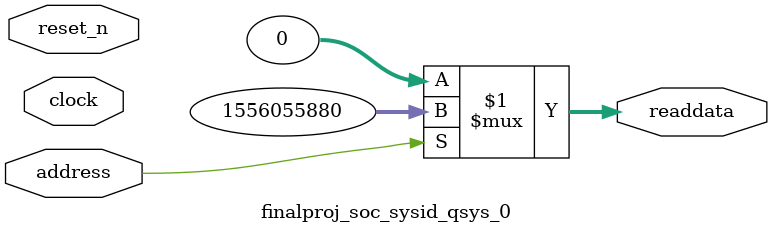
<source format=v>



// synthesis translate_off
`timescale 1ns / 1ps
// synthesis translate_on

// turn off superfluous verilog processor warnings 
// altera message_level Level1 
// altera message_off 10034 10035 10036 10037 10230 10240 10030 

module finalproj_soc_sysid_qsys_0 (
               // inputs:
                address,
                clock,
                reset_n,

               // outputs:
                readdata
             )
;

  output  [ 31: 0] readdata;
  input            address;
  input            clock;
  input            reset_n;

  wire    [ 31: 0] readdata;
  //control_slave, which is an e_avalon_slave
  assign readdata = address ? 1556055880 : 0;

endmodule



</source>
